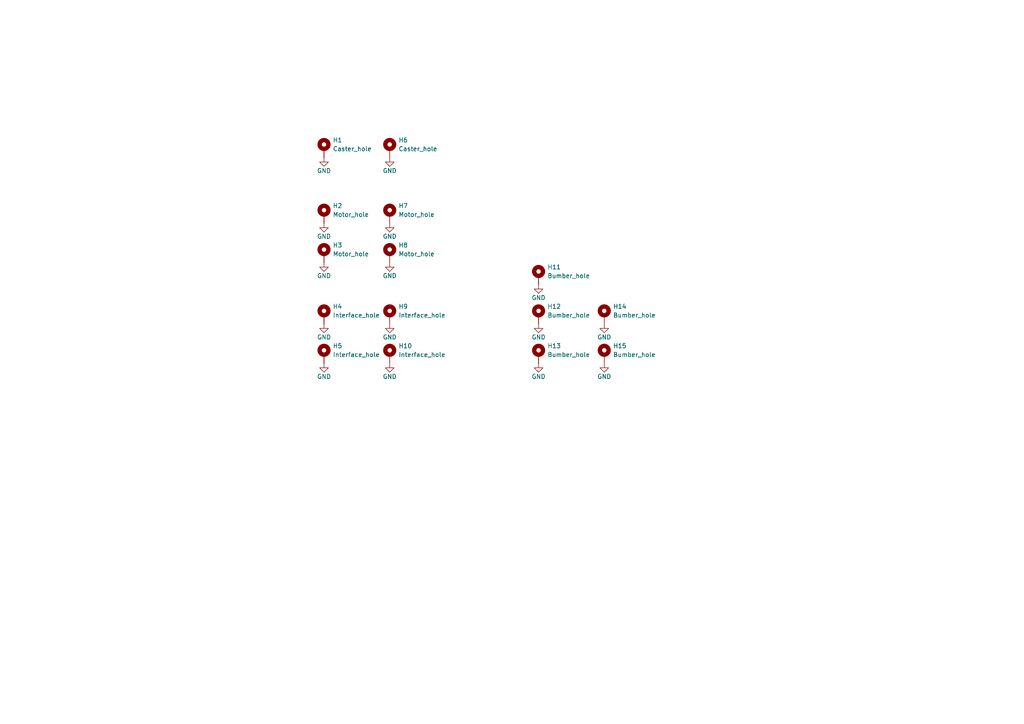
<source format=kicad_sch>
(kicad_sch (version 20211123) (generator eeschema)
  (paper "A4")
  (lib_symbols
    (symbol "Mechanical:MountingHole_Pad" (pin_numbers hide) (pin_names (offset 1.016) hide)
      (property "Reference" "H" (at 0 6.35 0))
      (property "Value" "MountingHole_Pad" (at 0 4.445 0))
      (symbol "MountingHole_Pad_0_1"
        (circle (center 0 1.27) (radius 1.27) (stroke (width 1.27)))
      )
      (symbol "MountingHole_Pad_1_1"
        (pin input line (at 0 -2.54 90) (length 2.54) (name "1") (number "1"))
      )
    )
    (symbol "power:GND" (power) (pin_names (offset 0))
      (property "Value" "GND" (at 0 -3.81 0))
      (symbol "GND_0_1"
        (polyline (pts (xy 0 0) (xy 0 -1.27) (xy 1.27 -1.27) (xy 0 -2.54) (xy -1.27 -1.27) (xy 0 -1.27)))
      )
      (symbol "GND_1_1"
        (pin power_in line (at 0 0 270) (length 0) hide (name "GND") (number "1"))
      )
    )
  )
  (symbol (lib_id "Mechanical:MountingHole_Pad") (at 93.98 102.87 0) (unit 1)
    (property "Reference" "H5" (at 96.52 100.3299 0) (effects (justify left)))
    (property "Value" "Interface_hole" (at 96.52 102.8699 0) (effects (justify left)))
    (property "Footprint" "MountingHole:MountingHole_3.2mm_M3_DIN965_Pad" (effects hide))
  )
  (symbol (lib_id "power:GND") (at 113.03 105.41 0) (unit 1)
    (property "Reference" "#PWR0237" (effects hide))
    (property "Value" "GND" (at 113.03 109.22 0))
  )
  (symbol (lib_id "power:GND") (at 156.21 93.98 0) (unit 1)
    (property "Reference" "#PWR0226" (effects hide))
    (property "Value" "GND" (at 156.21 97.79 0))
  )
  (symbol (lib_id "Mechanical:MountingHole_Pad") (at 93.98 91.44 0) (unit 1)
    (property "Reference" "H4" (at 96.52 88.8999 0) (effects (justify left)))
    (property "Value" "Interface_hole" (at 96.52 91.4399 0) (effects (justify left)))
    (property "Footprint" "MountingHole:MountingHole_3.2mm_M3_DIN965_Pad" (effects hide))
  )
  (symbol (lib_id "power:GND") (at 93.98 93.98 0) (unit 1)
    (property "Reference" "#PWR0232" (effects hide))
    (property "Value" "GND" (at 93.98 97.79 0))
  )
  (symbol (lib_id "Mechanical:MountingHole_Pad") (at 175.26 91.44 0) (unit 1)
    (property "Reference" "H14" (at 177.8 88.8999 0) (effects (justify left)))
    (property "Value" "Bumber_hole" (at 177.8 91.4399 0) (effects (justify left)))
    (property "Footprint" "MountingHole:MountingHole_3.2mm_M3_DIN965_Pad" (effects hide))
  )
  (symbol (lib_id "power:GND") (at 113.03 93.98 0) (unit 1)
    (property "Reference" "#PWR0236" (effects hide))
    (property "Value" "GND" (at 113.03 97.79 0))
  )
  (symbol (lib_id "power:GND") (at 113.03 45.72 0) (unit 1)
    (property "Reference" "#PWR0229" (effects hide))
    (property "Value" "GND" (at 113.03 49.53 0))
  )
  (symbol (lib_id "power:GND") (at 175.26 93.98 0) (unit 1)
    (property "Reference" "#PWR0239" (effects hide))
    (property "Value" "GND" (at 175.26 97.79 0))
  )
  (symbol (lib_id "Mechanical:MountingHole_Pad") (at 93.98 62.23 0) (unit 1)
    (property "Reference" "H2" (at 96.52 59.6899 0) (effects (justify left)))
    (property "Value" "Motor_hole" (at 96.52 62.2299 0) (effects (justify left)))
    (property "Footprint" "MountingHole:MountingHole_3.2mm_M3_DIN965_Pad" (effects hide))
  )
  (symbol (lib_id "power:GND") (at 93.98 76.2 0) (unit 1)
    (property "Reference" "#PWR0231" (effects hide))
    (property "Value" "GND" (at 93.98 80.01 0))
  )
  (symbol (lib_id "power:GND") (at 93.98 64.77 0) (unit 1)
    (property "Reference" "#PWR0230" (effects hide))
    (property "Value" "GND" (at 93.98 68.58 0))
  )
  (symbol (lib_id "power:GND") (at 93.98 45.72 0) (unit 1)
    (property "Reference" "#PWR0228" (effects hide))
    (property "Value" "GND" (at 93.98 49.53 0))
  )
  (symbol (lib_id "Mechanical:MountingHole_Pad") (at 156.21 80.01 0) (unit 1)
    (property "Reference" "H11" (at 158.75 77.4699 0) (effects (justify left)))
    (property "Value" "Bumber_hole" (at 158.75 80.0099 0) (effects (justify left)))
    (property "Footprint" "MountingHole:MountingHole_3.2mm_M3_DIN965_Pad" (effects hide))
  )
  (symbol (lib_id "Mechanical:MountingHole_Pad") (at 113.03 102.87 0) (unit 1)
    (property "Reference" "H10" (at 115.57 100.3299 0) (effects (justify left)))
    (property "Value" "Interface_hole" (at 115.57 102.8699 0) (effects (justify left)))
    (property "Footprint" "MountingHole:MountingHole_3.2mm_M3_DIN965_Pad" (effects hide))
  )
  (symbol (lib_id "Mechanical:MountingHole_Pad") (at 113.03 91.44 0) (unit 1)
    (property "Reference" "H9" (at 115.57 88.8999 0) (effects (justify left)))
    (property "Value" "Interface_hole" (at 115.57 91.4399 0) (effects (justify left)))
    (property "Footprint" "MountingHole:MountingHole_3.2mm_M3_DIN965_Pad" (effects hide))
  )
  (symbol (lib_id "Mechanical:MountingHole_Pad") (at 156.21 102.87 0) (unit 1)
    (property "Reference" "H13" (at 158.75 100.3299 0) (effects (justify left)))
    (property "Value" "Bumber_hole" (at 158.75 102.8699 0) (effects (justify left)))
    (property "Footprint" "MountingHole:MountingHole_3.2mm_M3_DIN965_Pad" (effects hide))
  )
  (symbol (lib_id "power:GND") (at 156.21 82.55 0) (unit 1)
    (property "Reference" "#PWR0227" (effects hide))
    (property "Value" "GND" (at 156.21 86.36 0))
  )
  (symbol (lib_id "power:GND") (at 113.03 76.2 0) (unit 1)
    (property "Reference" "#PWR0234" (effects hide))
    (property "Value" "GND" (at 113.03 80.01 0))
  )
  (symbol (lib_id "Mechanical:MountingHole_Pad") (at 113.03 62.23 0) (unit 1)
    (property "Reference" "H7" (at 115.57 59.6899 0) (effects (justify left)))
    (property "Value" "Motor_hole" (at 115.57 62.2299 0) (effects (justify left)))
    (property "Footprint" "MountingHole:MountingHole_3.2mm_M3_DIN965_Pad" (effects hide))
  )
  (symbol (lib_id "Mechanical:MountingHole_Pad") (at 156.21 91.44 0) (unit 1)
    (property "Reference" "H12" (at 158.75 88.8999 0) (effects (justify left)))
    (property "Value" "Bumber_hole" (at 158.75 91.4399 0) (effects (justify left)))
    (property "Footprint" "MountingHole:MountingHole_3.2mm_M3_DIN965_Pad" (effects hide))
  )
  (symbol (lib_id "power:GND") (at 93.98 105.41 0) (unit 1)
    (property "Reference" "#PWR0233" (effects hide))
    (property "Value" "GND" (at 93.98 109.22 0))
  )
  (symbol (lib_id "power:GND") (at 113.03 64.77 0) (unit 1)
    (property "Reference" "#PWR0235" (effects hide))
    (property "Value" "GND" (at 113.03 68.58 0))
  )
  (symbol (lib_id "Mechanical:MountingHole_Pad") (at 93.98 73.66 0) (unit 1)
    (property "Reference" "H3" (at 96.52 71.1199 0) (effects (justify left)))
    (property "Value" "Motor_hole" (at 96.52 73.6599 0) (effects (justify left)))
    (property "Footprint" "MountingHole:MountingHole_3.2mm_M3_DIN965_Pad" (effects hide))
  )
  (symbol (lib_id "power:GND") (at 175.26 105.41 0) (unit 1)
    (property "Reference" "#PWR0240" (effects hide))
    (property "Value" "GND" (at 175.26 109.22 0))
  )
  (symbol (lib_id "Mechanical:MountingHole_Pad") (at 113.03 73.66 0) (unit 1)
    (property "Reference" "H8" (at 115.57 71.1199 0) (effects (justify left)))
    (property "Value" "Motor_hole" (at 115.57 73.6599 0) (effects (justify left)))
    (property "Footprint" "MountingHole:MountingHole_3.2mm_M3_DIN965_Pad" (effects hide))
  )
  (symbol (lib_id "Mechanical:MountingHole_Pad") (at 175.26 102.87 0) (unit 1)
    (property "Reference" "H15" (at 177.8 100.3299 0) (effects (justify left)))
    (property "Value" "Bumber_hole" (at 177.8 102.8699 0) (effects (justify left)))
    (property "Footprint" "MountingHole:MountingHole_3.2mm_M3_DIN965_Pad" (effects hide))
  )
  (symbol (lib_id "power:GND") (at 156.21 105.41 0) (unit 1)
    (property "Reference" "#PWR0238" (effects hide))
    (property "Value" "GND" (at 156.21 109.22 0))
  )
  (symbol (lib_id "Mechanical:MountingHole_Pad") (at 113.03 43.18 0) (unit 1)
    (property "Reference" "H6" (at 115.57 40.6399 0) (effects (justify left)))
    (property "Value" "Caster_hole" (at 115.57 43.1799 0) (effects (justify left)))
    (property "Footprint" "MountingHole:MountingHole_2.2mm_M2_DIN965_Pad" (effects hide))
  )
  (symbol (lib_id "Mechanical:MountingHole_Pad") (at 93.98 43.18 0) (unit 1)
    (property "Reference" "H1" (at 96.52 40.6399 0) (effects (justify left)))
    (property "Value" "Caster_hole" (at 96.52 43.1799 0) (effects (justify left)))
    (property "Footprint" "MountingHole:MountingHole_2.2mm_M2_DIN965_Pad" (effects hide))
  )
)
</source>
